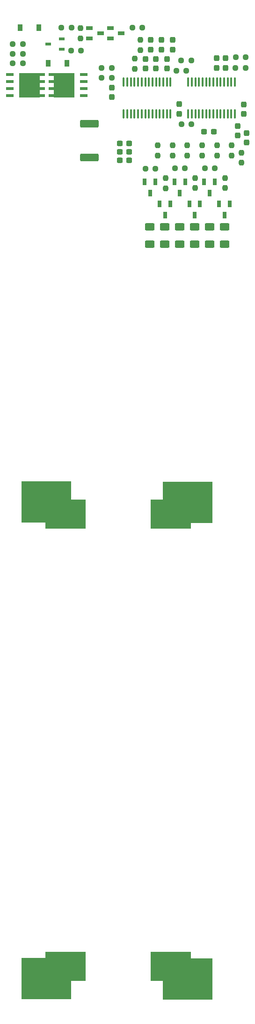
<source format=gtp>
%TF.GenerationSoftware,KiCad,Pcbnew,9.0.6*%
%TF.CreationDate,2025-12-14T22:45:36+01:00*%
%TF.ProjectId,balancingboardbyd,62616c61-6e63-4696-9e67-626f61726462,rev?*%
%TF.SameCoordinates,Original*%
%TF.FileFunction,Paste,Top*%
%TF.FilePolarity,Positive*%
%FSLAX46Y46*%
G04 Gerber Fmt 4.6, Leading zero omitted, Abs format (unit mm)*
G04 Created by KiCad (PCBNEW 9.0.6) date 2025-12-14 22:45:36*
%MOMM*%
%LPD*%
G01*
G04 APERTURE LIST*
G04 Aperture macros list*
%AMRoundRect*
0 Rectangle with rounded corners*
0 $1 Rounding radius*
0 $2 $3 $4 $5 $6 $7 $8 $9 X,Y pos of 4 corners*
0 Add a 4 corners polygon primitive as box body*
4,1,4,$2,$3,$4,$5,$6,$7,$8,$9,$2,$3,0*
0 Add four circle primitives for the rounded corners*
1,1,$1+$1,$2,$3*
1,1,$1+$1,$4,$5*
1,1,$1+$1,$6,$7*
1,1,$1+$1,$8,$9*
0 Add four rect primitives between the rounded corners*
20,1,$1+$1,$2,$3,$4,$5,0*
20,1,$1+$1,$4,$5,$6,$7,0*
20,1,$1+$1,$6,$7,$8,$9,0*
20,1,$1+$1,$8,$9,$2,$3,0*%
G04 Aperture macros list end*
%ADD10RoundRect,0.237500X-0.300000X-0.237500X0.300000X-0.237500X0.300000X0.237500X-0.300000X0.237500X0*%
%ADD11R,1.250000X0.700000*%
%ADD12RoundRect,0.237500X-0.237500X0.300000X-0.237500X-0.300000X0.237500X-0.300000X0.237500X0.300000X0*%
%ADD13RoundRect,0.237500X0.250000X0.237500X-0.250000X0.237500X-0.250000X-0.237500X0.250000X-0.237500X0*%
%ADD14RoundRect,0.237500X0.237500X-0.250000X0.237500X0.250000X-0.237500X0.250000X-0.237500X-0.250000X0*%
%ADD15RoundRect,0.250000X0.625000X-0.400000X0.625000X0.400000X-0.625000X0.400000X-0.625000X-0.400000X0*%
%ADD16O,0.340000X1.730000*%
%ADD17R,9.000000X7.500000*%
%ADD18R,7.350000X5.320000*%
%ADD19RoundRect,0.237500X-0.250000X-0.237500X0.250000X-0.237500X0.250000X0.237500X-0.250000X0.237500X0*%
%ADD20RoundRect,0.237500X-0.237500X0.250000X-0.237500X-0.250000X0.237500X-0.250000X0.237500X0.250000X0*%
%ADD21R,0.700000X1.250000*%
%ADD22R,1.400000X0.610000*%
%ADD23R,3.810000X4.500000*%
%ADD24RoundRect,0.249999X-1.425001X0.450001X-1.425001X-0.450001X1.425001X-0.450001X1.425001X0.450001X0*%
%ADD25R,0.950000X1.150000*%
%ADD26R,1.070000X0.600000*%
G04 APERTURE END LIST*
D10*
%TO.C,C9*%
X145712500Y-78065000D03*
X147437500Y-78065000D03*
%TD*%
D11*
%TO.C,Q6*%
X144025000Y-55665000D03*
X144025000Y-57565000D03*
X146025000Y-56615000D03*
%TD*%
D12*
%TO.C,C17*%
X151375000Y-57852500D03*
X151375000Y-59577500D03*
%TD*%
D13*
%TO.C,RVM1*%
X128187500Y-58615000D03*
X126362500Y-58615000D03*
%TD*%
D14*
%TO.C,R5*%
X165975000Y-78727500D03*
X165975000Y-76902500D03*
%TD*%
D15*
%TO.C,R18*%
X164675000Y-94725000D03*
X164675000Y-91625000D03*
%TD*%
D14*
%TO.C,Rccv2*%
X167775000Y-80027500D03*
X167775000Y-78202500D03*
%TD*%
%TO.C,R19*%
X163375000Y-78727500D03*
X163375000Y-76902500D03*
%TD*%
D16*
%TO.C,U1*%
X166585000Y-65475000D03*
X165935000Y-65475000D03*
X165285000Y-65475000D03*
X164635000Y-65475000D03*
X163985000Y-65475000D03*
X163335000Y-65475000D03*
X162675000Y-65475000D03*
X162025000Y-65475000D03*
X161375000Y-65475000D03*
X160725000Y-65475000D03*
X160075000Y-65475000D03*
X159425000Y-65475000D03*
X158775000Y-65475000D03*
X158125000Y-65475000D03*
X158125000Y-71215000D03*
X158775000Y-71215000D03*
X159425000Y-71215000D03*
X160075000Y-71215000D03*
X160725000Y-71215000D03*
X161375000Y-71215000D03*
X162025000Y-71215000D03*
X162675000Y-71215000D03*
X163335000Y-71215000D03*
X163985000Y-71215000D03*
X164635000Y-71215000D03*
X165285000Y-71215000D03*
X165935000Y-71215000D03*
X166585000Y-71215000D03*
%TD*%
D12*
%TO.C,C7*%
X156475000Y-69452500D03*
X156475000Y-71177500D03*
%TD*%
D10*
%TO.C,C5*%
X161012500Y-74415000D03*
X162737500Y-74415000D03*
%TD*%
D17*
%TO.C,U5*%
X132420000Y-227410000D03*
X132420000Y-141310000D03*
%TD*%
D13*
%TO.C,RDO1*%
X144287500Y-62915000D03*
X142462500Y-62915000D03*
%TD*%
%TO.C,RVIN1*%
X144287500Y-64665000D03*
X142462500Y-64665000D03*
%TD*%
D10*
%TO.C,C10*%
X145712500Y-79565000D03*
X147437500Y-79565000D03*
%TD*%
D18*
%TO.C,BT1*%
X155000000Y-143500000D03*
X155000000Y-225200000D03*
X135900000Y-143500000D03*
X135900000Y-225200000D03*
%TD*%
D19*
%TO.C,R17*%
X150382500Y-81065000D03*
X152207500Y-81065000D03*
%TD*%
D12*
%TO.C,C3*%
X168675000Y-74652500D03*
X168675000Y-76377500D03*
%TD*%
D13*
%TO.C,RP2*%
X137000000Y-55615000D03*
X135175000Y-55615000D03*
%TD*%
D14*
%TO.C,RTRH1*%
X148475000Y-63027500D03*
X148475000Y-61202500D03*
%TD*%
D20*
%TO.C,R12*%
X164775000Y-82772500D03*
X164775000Y-84597500D03*
%TD*%
D21*
%TO.C,Q10*%
X160225000Y-87475000D03*
X158325000Y-87475000D03*
X159275000Y-89475000D03*
%TD*%
%TO.C,Q5*%
X152175000Y-83465000D03*
X150275000Y-83465000D03*
X151225000Y-85465000D03*
%TD*%
D13*
%TO.C,R9*%
X149837500Y-55615000D03*
X148012500Y-55615000D03*
%TD*%
D14*
%TO.C,NTC1*%
X149475000Y-59640000D03*
X149475000Y-57815000D03*
%TD*%
D21*
%TO.C,Q2*%
X165625000Y-87475000D03*
X163725000Y-87475000D03*
X164675000Y-89475000D03*
%TD*%
D22*
%TO.C,Q7*%
X125875000Y-64085000D03*
X125875000Y-65355000D03*
X125875000Y-66635000D03*
X125875000Y-67905000D03*
X131515000Y-67905000D03*
X131515000Y-66635000D03*
X131515000Y-65355000D03*
X131515000Y-64085000D03*
D23*
X129405000Y-65995000D03*
%TD*%
D12*
%TO.C,C13*%
X155275000Y-57852500D03*
X155275000Y-59577500D03*
%TD*%
D20*
%TO.C,R26*%
X159375000Y-82772500D03*
X159375000Y-84597500D03*
%TD*%
D19*
%TO.C,R13*%
X155732500Y-81025000D03*
X157557500Y-81025000D03*
%TD*%
D13*
%TO.C,R4*%
X157787500Y-63415000D03*
X155962500Y-63415000D03*
%TD*%
D21*
%TO.C,Q3*%
X157575000Y-83465000D03*
X155675000Y-83465000D03*
X156625000Y-85465000D03*
%TD*%
D11*
%TO.C,Q1*%
X140275000Y-55665000D03*
X140275000Y-57565000D03*
X142275000Y-56615000D03*
%TD*%
D20*
%TO.C,R15*%
X154025000Y-82802500D03*
X154025000Y-84627500D03*
%TD*%
D12*
%TO.C,C14*%
X154275000Y-61252500D03*
X154275000Y-62977500D03*
%TD*%
D22*
%TO.C,Q11*%
X139215000Y-67915000D03*
X139215000Y-66645000D03*
X139215000Y-65365000D03*
X139215000Y-64095000D03*
X133575000Y-64095000D03*
X133575000Y-65365000D03*
X133575000Y-66645000D03*
X133575000Y-67915000D03*
D23*
X135685000Y-66005000D03*
%TD*%
D16*
%TO.C,U2*%
X154925000Y-65475000D03*
X154275000Y-65475000D03*
X153625000Y-65475000D03*
X152975000Y-65475000D03*
X152325000Y-65475000D03*
X151675000Y-65475000D03*
X151015000Y-65475000D03*
X150365000Y-65475000D03*
X149715000Y-65475000D03*
X149065000Y-65475000D03*
X148415000Y-65475000D03*
X147765000Y-65475000D03*
X147115000Y-65475000D03*
X146465000Y-65475000D03*
X146465000Y-71215000D03*
X147115000Y-71215000D03*
X147765000Y-71215000D03*
X148415000Y-71215000D03*
X149065000Y-71215000D03*
X149715000Y-71215000D03*
X150365000Y-71215000D03*
X151015000Y-71215000D03*
X151675000Y-71215000D03*
X152325000Y-71215000D03*
X152975000Y-71215000D03*
X153625000Y-71215000D03*
X154275000Y-71215000D03*
X154925000Y-71215000D03*
%TD*%
D19*
%TO.C,RM1*%
X136912500Y-59765000D03*
X138737500Y-59765000D03*
%TD*%
D17*
%TO.C,U4*%
X158020000Y-141360000D03*
X158020000Y-227460000D03*
%TD*%
D19*
%TO.C,R23*%
X161132500Y-81035000D03*
X162957500Y-81035000D03*
%TD*%
D24*
%TO.C,R24*%
X140275000Y-72965000D03*
X140275000Y-79065000D03*
%TD*%
D14*
%TO.C,R7*%
X155275000Y-78717500D03*
X155275000Y-76892500D03*
%TD*%
D13*
%TO.C,R1*%
X168525000Y-62915000D03*
X166700000Y-62915000D03*
%TD*%
D15*
%TO.C,R14*%
X153875000Y-94715000D03*
X153875000Y-91615000D03*
%TD*%
%TO.C,R27*%
X156575000Y-94715000D03*
X156575000Y-91615000D03*
%TD*%
D21*
%TO.C,Q4*%
X154875000Y-87465000D03*
X152975000Y-87465000D03*
X153925000Y-89465000D03*
%TD*%
D14*
%TO.C,RP1*%
X138675000Y-57540000D03*
X138675000Y-55715000D03*
%TD*%
D25*
%TO.C,D1*%
X132797500Y-62015000D03*
X136177500Y-62015000D03*
%TD*%
D12*
%TO.C,C16*%
X152275000Y-61252500D03*
X152275000Y-62977500D03*
%TD*%
D19*
%TO.C,RCO1*%
X126362500Y-62015000D03*
X128187500Y-62015000D03*
%TD*%
D12*
%TO.C,C1*%
X164875000Y-61152500D03*
X164875000Y-62877500D03*
%TD*%
%TO.C,C19*%
X144325000Y-66452500D03*
X144325000Y-68177500D03*
%TD*%
%TO.C,C6*%
X168175000Y-69490000D03*
X168175000Y-71215000D03*
%TD*%
D15*
%TO.C,R25*%
X159275000Y-94725000D03*
X159275000Y-91625000D03*
%TD*%
D13*
%TO.C,R2*%
X168537500Y-60915000D03*
X166712500Y-60915000D03*
%TD*%
D10*
%TO.C,C8*%
X145712500Y-76565000D03*
X147437500Y-76565000D03*
%TD*%
D14*
%TO.C,R20*%
X160675000Y-78727500D03*
X160675000Y-76902500D03*
%TD*%
%TO.C,R6*%
X157975000Y-78717500D03*
X157975000Y-76892500D03*
%TD*%
D12*
%TO.C,C2*%
X163275000Y-61152500D03*
X163275000Y-62877500D03*
%TD*%
D19*
%TO.C,RS1*%
X126362500Y-60315000D03*
X128187500Y-60315000D03*
%TD*%
D15*
%TO.C,R16*%
X151175000Y-94715000D03*
X151175000Y-91615000D03*
%TD*%
D25*
%TO.C,D2*%
X127685000Y-55615000D03*
X131065000Y-55615000D03*
%TD*%
D26*
%TO.C,Q8*%
X135275000Y-59515000D03*
X135275000Y-57615000D03*
X132795000Y-58565000D03*
%TD*%
D12*
%TO.C,C18*%
X150375000Y-61252500D03*
X150375000Y-62977500D03*
%TD*%
D14*
%TO.C,R8*%
X152575000Y-78717500D03*
X152575000Y-76892500D03*
%TD*%
D12*
%TO.C,C15*%
X153275000Y-57852500D03*
X153275000Y-59577500D03*
%TD*%
%TO.C,C4*%
X167075000Y-73352500D03*
X167075000Y-75077500D03*
%TD*%
D13*
%TO.C,Rccv1*%
X158737500Y-73035000D03*
X156912500Y-73035000D03*
%TD*%
D15*
%TO.C,R11*%
X161975000Y-94725000D03*
X161975000Y-91625000D03*
%TD*%
D13*
%TO.C,R3*%
X158687500Y-61515000D03*
X156862500Y-61515000D03*
%TD*%
D21*
%TO.C,Q9*%
X162925000Y-83475000D03*
X161025000Y-83475000D03*
X161975000Y-85475000D03*
%TD*%
M02*

</source>
